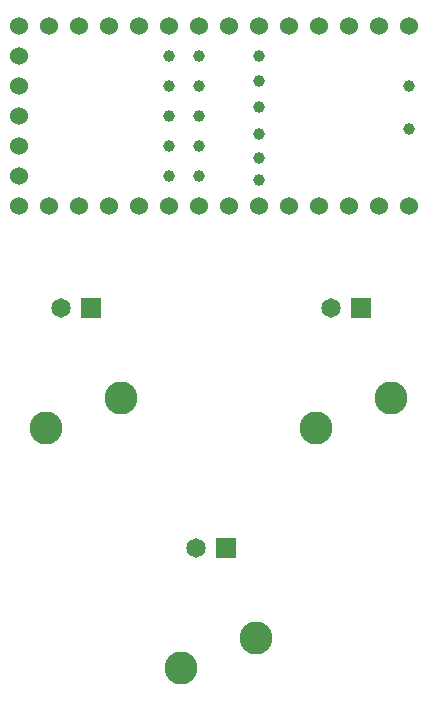
<source format=gbl>
G04 Layer: BottomLayer*
G04 EasyEDA v6.4.7, 2021-04-23T08:58:56+01:00*
G04 f878487c93b54eac8d99160b99debade,c10319bd9b054561a6d5c4568292690b,NaN*
G04 Gerber Generator version 0.2*
G04 Scale: 100 percent, Rotated: No, Reflected: No *
G04 Dimensions in millimeters *
G04 leading zeros omitted , absolute positions ,3 integer and 3 decimal *
%FSLAX33Y33*%
%MOMM*%
G90*
D02*

%ADD12C,1.524000*%
%ADD13C,0.999998*%
%ADD14C,2.794000*%
%ADD15C,1.651000*%

%LPD*%
G54D12*
G01X39624Y45339D03*
G01X34544Y45339D03*
G01X21844Y45339D03*
G01X19304Y45339D03*
G01X16764Y45339D03*
G01X14224Y45339D03*
G01X37084Y45339D03*
G01X11684Y45339D03*
G01X9144Y45339D03*
G01X6604Y45339D03*
G01X6604Y47879D03*
G01X6604Y50419D03*
G01X6604Y52959D03*
G01X6604Y55499D03*
G01X6604Y58039D03*
G01X6604Y60579D03*
G01X9144Y60579D03*
G01X11684Y60579D03*
G01X14224Y60579D03*
G01X16764Y60579D03*
G01X19304Y60579D03*
G01X21844Y60579D03*
G01X24384Y60579D03*
G01X26924Y60579D03*
G01X29464Y60579D03*
G01X32004Y60579D03*
G01X34544Y60579D03*
G01X37084Y60579D03*
G01X39624Y60579D03*
G54D13*
G01X19304Y55499D03*
G01X19304Y52959D03*
G01X19304Y50419D03*
G01X19304Y47879D03*
G01X21844Y58039D03*
G01X21844Y55499D03*
G01X21844Y52959D03*
G01X21844Y50419D03*
G01X21844Y47879D03*
G01X19304Y58039D03*
G01X26924Y58039D03*
G01X26924Y55880D03*
G01X26924Y53721D03*
G01X26924Y51435D03*
G01X26924Y49403D03*
G01X26924Y47498D03*
G01X39624Y55499D03*
G01X39624Y51816D03*
G54D14*
G01X15240Y29083D03*
G01X8890Y26543D03*
G54D15*
G01X10160Y36703D03*
G36*
G01X11874Y37528D02*
G01X13525Y37528D01*
G01X13525Y35877D01*
G01X11874Y35877D01*
G01X11874Y37528D01*
G37*
G36*
G01X23304Y17208D02*
G01X24955Y17208D01*
G01X24955Y15557D01*
G01X23304Y15557D01*
G01X23304Y17208D01*
G37*
G01X21590Y16383D03*
G54D14*
G01X20320Y6223D03*
G01X26670Y8763D03*
G36*
G01X34734Y37528D02*
G01X36385Y37528D01*
G01X36385Y35877D01*
G01X34734Y35877D01*
G01X34734Y37528D01*
G37*
G54D15*
G01X33020Y36703D03*
G54D14*
G01X31750Y26543D03*
G01X38100Y29083D03*
G54D12*
G01X24384Y45339D03*
G01X26924Y45339D03*
G01X29464Y45339D03*
G01X32004Y45339D03*
M00*
M02*

</source>
